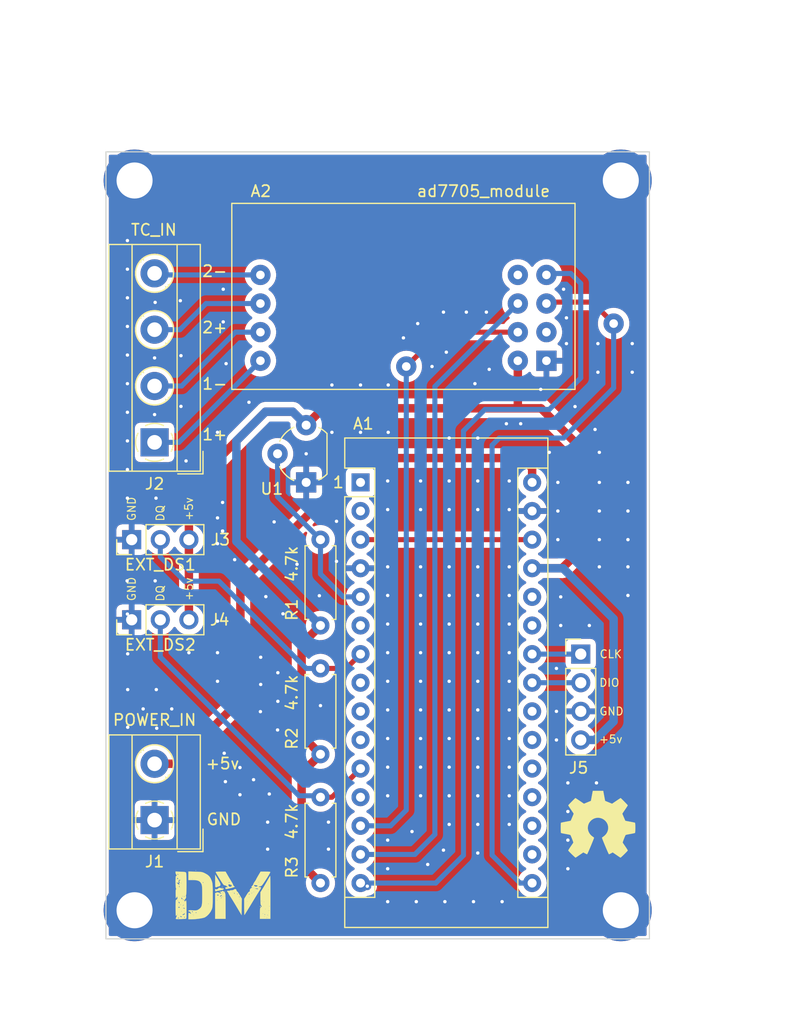
<source format=kicad_pcb>
(kicad_pcb (version 20190516) (host pcbnew "(5.1.0-1195-g1548dcfe8)")
  (title_block (date "jeu. 02 avril 2015"))
  (layers (0 "F.Cu" mixed) (31 "B.Cu" signal) (34 "B.Paste" user) (35 "F.Paste" user) (36 "B.SilkS" user) (37 "F.SilkS" user) (38 "B.Mask" user) (39 "F.Mask" user) (44 "Edge.Cuts" user))
  (net 0 "")
  (net 1 "GND")
  (net 2 "+5V")
  (net 3 "/13(SCK)")
  (net 4 "/12(MISO)")
  (net 5 "/Vin")
  (net 6 "/11(**/MOSI)")
  (net 7 "/10(**/SS)")
  (net 8 "/Reset")
  (net 9 "/8")
  (net 10 "/A5")
  (net 11 "/A4")
  (net 12 "/4")
  (net 13 "/2")
  (net 14 "/AIN2-")
  (net 15 "/AIN2+")
  (net 16 "/AIN1-")
  (net 17 "/AIN1+")
  (module "ad7705_module:ad7705_module" (layer "F.Cu") (at 143.256 55.372 180)
    (fp_text reference "A2" (at 12.656 9.972) (layer "F.SilkS"))
    (fp_text value "ad7705_module" (at -7.112 9.972) (layer "F.SilkS"))
    (pad "1" thru_hole rect (at -12.7 -5.08 180) (size 1.8 1.8) (drill 0.762) (layers *.Cu *.Mask) (net 1 "GND"))
    (pad "2" thru_hole circle (at -10.16 -5.08 180) (size 1.8 1.8) (drill 0.762) (layers *.Cu *.Mask) (net 2 "+5V"))
    (pad "3" thru_hole circle (at -12.7 -2.54 180) (size 1.8 1.8) (drill 0.762) (layers *.Cu *.Mask))
    (pad "4" thru_hole circle (at -10.16 -2.54 180) (size 1.8 1.8) (drill 0.762) (layers *.Cu *.Mask) (net 7 "/10(**/SS)"))
    (pad "5" thru_hole circle (at -12.7 0 180) (size 1.8 1.8) (drill 0.762) (layers *.Cu *.Mask) (net 3 "/13(SCK)"))
    (pad "6" thru_hole circle (at -10.16 0 180) (size 1.8 1.8) (drill 0.762) (layers *.Cu *.Mask) (net 6 "/11(**/MOSI)"))
    (pad "7" thru_hole circle (at -12.7 2.54 180) (size 1.8 1.8) (drill 0.762) (layers *.Cu *.Mask) (net 4 "/12(MISO)"))
    (pad "8" thru_hole circle (at -10.16 2.54 180) (size 1.8 1.8) (drill 0.762) (layers *.Cu *.Mask))
    (pad "9" thru_hole circle (at 12.7 -5.08 180) (size 1.8 1.8) (drill 0.762) (layers *.Cu *.Mask) (net 17 "/AIN1+"))
    (pad "10" thru_hole circle (at 12.7 -2.54 180) (size 1.8 1.8) (drill 0.762) (layers *.Cu *.Mask) (net 16 "/AIN1-"))
    (pad "11" thru_hole circle (at 12.7 0 180) (size 1.8 1.8) (drill 0.762) (layers *.Cu *.Mask) (net 15 "/AIN2+"))
    (pad "12" thru_hole circle (at 12.7 2.54 180) (size 1.8 1.8) (drill 0.762) (layers *.Cu *.Mask) (net 14 "/AIN2-"))
  )
  (module "Module:Arduino_Nano" (layer "F.Cu") (at 139.446 71.247)
    (fp_text reference "A1" (at 0.254 -5.207) (layer "F.SilkS"))
    (fp_text value "Arduino_Nano_v3.x")
    (pad "16" thru_hole oval (at 15.24 35.56) (size 1.6 1.6) (drill 0.8) (layers *.Cu *.Mask) (net 3 "/13(SCK)"))
    (pad "15" thru_hole oval (at 0 35.56) (size 1.6 1.6) (drill 0.8) (layers *.Cu *.Mask) (net 4 "/12(MISO)"))
    (pad "30" thru_hole oval (at 15.24 0) (size 1.6 1.6) (drill 0.8) (layers *.Cu *.Mask) (net 5 "/Vin"))
    (pad "14" thru_hole oval (at 0 33.02) (size 1.6 1.6) (drill 0.8) (layers *.Cu *.Mask) (net 6 "/11(**/MOSI)"))
    (pad "29" thru_hole oval (at 15.24 2.54) (size 1.6 1.6) (drill 0.8) (layers *.Cu *.Mask) (net 1 "GND"))
    (pad "13" thru_hole oval (at 0 30.48) (size 1.6 1.6) (drill 0.8) (layers *.Cu *.Mask) (net 7 "/10(**/SS)"))
    (pad "28" thru_hole oval (at 15.24 5.08) (size 1.6 1.6) (drill 0.8) (layers *.Cu *.Mask) (net 8 "/Reset"))
    (pad "12" thru_hole oval (at 0 27.94) (size 1.6 1.6) (drill 0.8) (layers *.Cu *.Mask))
    (pad "27" thru_hole oval (at 15.24 7.62) (size 1.6 1.6) (drill 0.8) (layers *.Cu *.Mask) (net 2 "+5V"))
    (pad "11" thru_hole oval (at 0 25.4) (size 1.6 1.6) (drill 0.8) (layers *.Cu *.Mask) (net 9 "/8"))
    (pad "26" thru_hole oval (at 15.24 10.16) (size 1.6 1.6) (drill 0.8) (layers *.Cu *.Mask))
    (pad "10" thru_hole oval (at 0 22.86) (size 1.6 1.6) (drill 0.8) (layers *.Cu *.Mask))
    (pad "25" thru_hole oval (at 15.24 12.7) (size 1.6 1.6) (drill 0.8) (layers *.Cu *.Mask))
    (pad "9" thru_hole oval (at 0 20.32) (size 1.6 1.6) (drill 0.8) (layers *.Cu *.Mask))
    (pad "24" thru_hole oval (at 15.24 15.24) (size 1.6 1.6) (drill 0.8) (layers *.Cu *.Mask) (net 10 "/A5"))
    (pad "8" thru_hole oval (at 0 17.78) (size 1.6 1.6) (drill 0.8) (layers *.Cu *.Mask))
    (pad "23" thru_hole oval (at 15.24 17.78) (size 1.6 1.6) (drill 0.8) (layers *.Cu *.Mask) (net 11 "/A4"))
    (pad "7" thru_hole oval (at 0 15.24) (size 1.6 1.6) (drill 0.8) (layers *.Cu *.Mask) (net 12 "/4"))
    (pad "22" thru_hole oval (at 15.24 20.32) (size 1.6 1.6) (drill 0.8) (layers *.Cu *.Mask))
    (pad "6" thru_hole oval (at 0 12.7) (size 1.6 1.6) (drill 0.8) (layers *.Cu *.Mask))
    (pad "21" thru_hole oval (at 15.24 22.86) (size 1.6 1.6) (drill 0.8) (layers *.Cu *.Mask))
    (pad "5" thru_hole oval (at 0 10.16) (size 1.6 1.6) (drill 0.8) (layers *.Cu *.Mask) (net 13 "/2"))
    (pad "20" thru_hole oval (at 15.24 25.4) (size 1.6 1.6) (drill 0.8) (layers *.Cu *.Mask))
    (pad "4" thru_hole oval (at 0 7.62) (size 1.6 1.6) (drill 0.8) (layers *.Cu *.Mask) (net 1 "GND"))
    (pad "19" thru_hole oval (at 15.24 27.94) (size 1.6 1.6) (drill 0.8) (layers *.Cu *.Mask))
    (pad "3" thru_hole oval (at 0 5.08) (size 1.6 1.6) (drill 0.8) (layers *.Cu *.Mask) (net 8 "/Reset"))
    (pad "18" thru_hole oval (at 15.24 30.48) (size 1.6 1.6) (drill 0.8) (layers *.Cu *.Mask))
    (pad "2" thru_hole oval (at 0 2.54) (size 1.6 1.6) (drill 0.8) (layers *.Cu *.Mask))
    (pad "17" thru_hole oval (at 15.24 33.02) (size 1.6 1.6) (drill 0.8) (layers *.Cu *.Mask))
    (pad "1" thru_hole rect (at 0 0) (size 1.6 1.6) (drill 0.8) (layers *.Cu *.Mask))
  )
  (module "dm_logo:dm_logo" (layer "F.Cu") (at 127.254 107.823)
    (fp_text reference "SYM1" hide)
    (fp_text value "dm_logo" hide)
  )
  (module "TerminalBlock_MetzConnect:TerminalBlock_MetzConnect_Type055_RT01504HDWU_1x04_P5.00mm_Horizontal" (layer "F.Cu") (at 121.158 67.691 90)
    (fp_text reference "J2" (at -3.683 0 180) (layer "F.SilkS"))
    (fp_text value "TC_IN" (at 18.8595 -0.0635 180) (layer "F.SilkS"))
    (pad "4" thru_hole circle (at 15 0 90) (size 2.5 2.5) (drill 1.3) (layers *.Cu *.Mask) (net 14 "/AIN2-"))
    (pad "3" thru_hole circle (at 10 0 90) (size 2.5 2.5) (drill 1.3) (layers *.Cu *.Mask) (net 15 "/AIN2+"))
    (pad "2" thru_hole circle (at 5 0 90) (size 2.5 2.5) (drill 1.3) (layers *.Cu *.Mask) (net 16 "/AIN1-"))
    (pad "1" thru_hole rect (at 0 0 90) (size 2.5 2.5) (drill 1.3) (layers *.Cu *.Mask) (net 17 "/AIN1+"))
  )
  (module "TerminalBlock_MetzConnect:TerminalBlock_MetzConnect_Type055_RT01502HDWU_1x02_P5.00mm_Horizontal" (layer "F.Cu") (at 121.158 101.219 90)
    (fp_text reference "J1" (at -3.683 0 180) (layer "F.SilkS"))
    (fp_text value "POWER_IN" (at 8.89 0 180) (layer "F.SilkS"))
    (pad "2" thru_hole circle (at 5 0 90) (size 2.5 2.5) (drill 1.3) (layers *.Cu *.Mask) (net 5 "/Vin"))
    (pad "1" thru_hole rect (at 0 0 90) (size 2.5 2.5) (drill 1.3) (layers *.Cu *.Mask) (net 1 "GND"))
  )
  (module "Connector_PinHeader_2.54mm:PinHeader_1x04_P2.54mm_Vertical" (layer "F.Cu") (at 159.004 86.487)
    (fp_text reference "J5" (at -0.1905 10.0965) (layer "F.SilkS"))
    (fp_text value "DISP")
    (pad "1" thru_hole rect (at 0 0) (size 1.7 1.7) (drill 1) (layers *.Cu *.Mask) (net 10 "/A5"))
    (pad "2" thru_hole oval (at 0 2.54) (size 1.7 1.7) (drill 1) (layers *.Cu *.Mask) (net 11 "/A4"))
    (pad "3" thru_hole oval (at 0 5.08) (size 1.7 1.7) (drill 1) (layers *.Cu *.Mask) (net 1 "GND"))
    (pad "4" thru_hole oval (at 0 7.62) (size 1.7 1.7) (drill 1) (layers *.Cu *.Mask) (net 2 "+5V"))
  )
  (module "MountingHole:MountingHole_3.2mm_M3_ISO14580_Pad" (layer "F.Cu") (at 119.38 109.22)
    (fp_text reference "H4" hide)
    (fp_text value "MountingHole_Pad")
    (pad "1" thru_hole circle (at 0 0) (size 5.5 5.5) (drill 3.2) (layers *.Cu *.Mask) (net 1 "GND"))
  )
  (module "MountingHole:MountingHole_3.2mm_M3_ISO14580_Pad" (layer "F.Cu") (at 119.38 44.45)
    (fp_text reference "H3" hide)
    (fp_text value "MountingHole_Pad")
    (pad "1" thru_hole circle (at 0 0) (size 5.5 5.5) (drill 3.2) (layers *.Cu *.Mask) (net 1 "GND"))
  )
  (module "MountingHole:MountingHole_3.2mm_M3_ISO14580_Pad" (layer "F.Cu") (at 162.56 44.45)
    (fp_text reference "H2" hide)
    (fp_text value "MountingHole_Pad")
    (pad "1" thru_hole circle (at 0 0) (size 5.5 5.5) (drill 3.2) (layers *.Cu *.Mask) (net 1 "GND"))
  )
  (module "MountingHole:MountingHole_3.2mm_M3_ISO14580_Pad" (layer "F.Cu") (at 162.56 109.22)
    (fp_text reference "H1" hide)
    (fp_text value "MountingHole_Pad")
    (pad "1" thru_hole circle (at 0 0) (size 5.5 5.5) (drill 3.2) (layers *.Cu *.Mask) (net 1 "GND"))
  )
  (module "Connector_PinHeader_2.54mm:PinHeader_1x03_P2.54mm_Vertical" (layer "F.Cu") (at 119.126 76.327 90)
    (fp_text reference "J3" (at 0 7.874 180) (layer "F.SilkS"))
    (fp_text value "EXT_DS1" (at -2.2225 2.54 180) (layer "F.SilkS"))
    (pad "1" thru_hole rect (at 0 0 90) (size 1.7 1.7) (drill 1) (layers *.Cu *.Mask) (net 1 "GND"))
    (pad "2" thru_hole oval (at 0 2.54 90) (size 1.7 1.7) (drill 1) (layers *.Cu *.Mask) (net 12 "/4"))
    (pad "3" thru_hole oval (at 0 5.08 90) (size 1.7 1.7) (drill 1) (layers *.Cu *.Mask) (net 2 "+5V"))
  )
  (module "Resistor_THT:R_Axial_DIN0207_L6.3mm_D2.5mm_P7.62mm_Horizontal" (layer "F.Cu") (at 135.89 95.377 90)
    (fp_text reference "R2" (at 1.397 -2.54 90) (layer "F.SilkS"))
    (fp_text value "4.7k" (at 5.461 -2.54 90) (layer "F.SilkS"))
    (pad "1" thru_hole circle (at 0 0 90) (size 1.6 1.6) (drill 0.8) (layers *.Cu *.Mask) (net 2 "+5V"))
    (pad "2" thru_hole oval (at 7.62 0 90) (size 1.6 1.6) (drill 0.8) (layers *.Cu *.Mask) (net 12 "/4"))
  )
  (module "Connector_PinHeader_2.54mm:PinHeader_1x03_P2.54mm_Vertical" (layer "F.Cu") (at 119.126 83.439 90)
    (fp_text reference "J4" (at 0 7.8105 180) (layer "F.SilkS"))
    (fp_text value "EXT_DS2" (at -2.2225 2.54 180) (layer "F.SilkS"))
    (pad "3" thru_hole oval (at 0 5.08 90) (size 1.7 1.7) (drill 1) (layers *.Cu *.Mask) (net 2 "+5V"))
    (pad "2" thru_hole oval (at 0 2.54 90) (size 1.7 1.7) (drill 1) (layers *.Cu *.Mask) (net 9 "/8"))
    (pad "1" thru_hole rect (at 0 0 90) (size 1.7 1.7) (drill 1) (layers *.Cu *.Mask) (net 1 "GND"))
  )
  (module "Resistor_THT:R_Axial_DIN0207_L6.3mm_D2.5mm_P7.62mm_Horizontal" (layer "F.Cu") (at 135.89 106.807 90)
    (fp_text reference "R3" (at 1.397 -2.54 90) (layer "F.SilkS"))
    (fp_text value "4.7k" (at 5.461 -2.54 90) (layer "F.SilkS"))
    (pad "1" thru_hole circle (at 0 0 90) (size 1.6 1.6) (drill 0.8) (layers *.Cu *.Mask) (net 2 "+5V"))
    (pad "2" thru_hole oval (at 7.62 0 90) (size 1.6 1.6) (drill 0.8) (layers *.Cu *.Mask) (net 9 "/8"))
  )
  (module "Resistor_THT:R_Axial_DIN0207_L6.3mm_D2.5mm_P7.62mm_Horizontal" (layer "F.Cu") (at 135.89 83.947 90)
    (fp_text reference "R1" (at 1.397 -2.54 90) (layer "F.SilkS"))
    (fp_text value "4.7k" (at 5.461 -2.54 90) (layer "F.SilkS"))
    (pad "2" thru_hole oval (at 7.62 0 90) (size 1.6 1.6) (drill 0.8) (layers *.Cu *.Mask) (net 13 "/2"))
    (pad "1" thru_hole circle (at 0 0 90) (size 1.6 1.6) (drill 0.8) (layers *.Cu *.Mask) (net 2 "+5V"))
  )
  (module "Package_TO_SOT_THT:TO-92_Wide" (layer "F.Cu") (at 134.62 71.247 90)
    (fp_text reference "U1" (at -0.5715 -3.048 180) (layer "F.SilkS"))
    (fp_text value "DS18B20")
    (pad "2" thru_hole circle (at 2.54 -2.54 180) (size 1.8 1.8) (drill 0.8) (layers *.Cu *.Mask) (net 13 "/2"))
    (pad "3" thru_hole circle (at 5.08 0 180) (size 1.8 1.8) (drill 0.8) (layers *.Cu *.Mask) (net 2 "+5V"))
    (pad "1" thru_hole rect (at 0 0 180) (size 1.8 1.8) (drill 0.8) (layers *.Cu *.Mask) (net 1 "GND"))
  )
  (module "Symbol:OSHW-Symbol_6.7x6mm_SilkScreen" (layer "F.Cu") (at 160.528 101.6)
    (fp_text reference "LOGO1" hide)
    (fp_text value "Logo_Open_Hardware_Small" hide)
  )
  (gr_text "CLK" (at 161.671 86.487) (layer "F.SilkS") (effects (font (size 0.7 0.7) (thickness 0.1))))
  (gr_text "DIO" (at 161.544 89.027) (layer "F.SilkS") (effects (font (size 0.7 0.7) (thickness 0.1))))
  (gr_text "+5v" (at 161.671 94.0435) (layer "F.SilkS") (effects (font (size 0.7 0.7) (thickness 0.1))))
  (gr_text "GND" (at 161.7345 91.567) (layer "F.SilkS") (effects (font (size 0.7 0.7) (thickness 0.1))))
  (gr_text "DQ" (at 121.666 81.0895 90) (layer "F.SilkS") (effects (font (size 0.7 0.7) (thickness 0.1))))
  (gr_text "+5v" (at 124.206 80.7085 90) (layer "F.SilkS") (effects (font (size 0.7 0.7) (thickness 0.1))))
  (gr_text "GND" (at 119.126 80.7085 90) (layer "F.SilkS") (effects (font (size 0.7 0.7) (thickness 0.1))))
  (gr_text "+5v" (at 124.206 73.5965 90) (layer "F.SilkS") (effects (font (size 0.7 0.7) (thickness 0.1))))
  (gr_text "DQ" (at 121.666 73.9775 90) (layer "F.SilkS") (effects (font (size 0.7 0.7) (thickness 0.1))))
  (gr_text "GND" (at 119.126 73.5965 90) (layer "F.SilkS") (effects (font (size 0.7 0.7) (thickness 0.1))))
  (gr_text "2-" (at 126.5 52.5) (layer "F.SilkS") (effects (font (size 1 1))))
  (gr_text "2+" (at 126.5 57.5) (layer "F.SilkS") (effects (font (size 1 1))))
  (gr_text "1-" (at 126.5 62.5) (layer "F.SilkS") (effects (font (size 1 1))))
  (gr_text "1+" (at 126.5 67) (layer "F.SilkS") (effects (font (size 1 1))))
  (gr_text "GND" (at 127.3175 101.1555) (layer "F.SilkS") (effects (font (size 1 1))))
  (gr_text "+5v" (at 127.1905 96.2025) (layer "F.SilkS") (effects (font (size 1 1))))
  (gr_line (start 165.1 41.91) (end 165.1 111.76) (layer "Edge.Cuts") (width 0.1))
  (gr_line (start 165.1 111.76) (end 116.84 111.76) (layer "Edge.Cuts") (width 0.1))
  (gr_line (start 116.84 41.91) (end 165.1 41.91) (layer "Edge.Cuts") (width 0.1))
  (gr_line (start 116.84 111.76) (end 116.84 41.91) (layer "Edge.Cuts") (width 0.1))
  (gr_text "1" (at 137.4775 71.247) (layer "F.SilkS") (effects (font (size 1 1))))
  (via micro (at 136.906 62.602) (size 0.7) (drill 0.3) (layers "F.Cu" "B.Cu") (net 1))
  (via micro (at 141.906 62.602) (size 0.7) (drill 0.3) (layers "F.Cu" "B.Cu") (net 1))
  (via micro (at 139.446 62.602) (size 0.7) (drill 0.3) (layers "F.Cu" "B.Cu") (net 1))
  (via micro (at 141.906 66.802) (size 0.7) (drill 0.3) (layers "F.Cu" "B.Cu") (net 1))
  (via micro (at 131.2 103.8) (size 0.7) (drill 0.3) (layers "F.Cu" "B.Cu") (net 1))
  (via micro (at 131.2 101.4) (size 0.7) (drill 0.3) (layers "F.Cu" "B.Cu") (net 1))
  (via micro (at 140.048 107.086) (size 0.7) (drill 0.3) (layers "F.Cu" "B.Cu") (net 4))
  (via micro (at 136.6 103.8) (size 0.7) (drill 0.3) (layers "F.Cu" "B.Cu") (net 1))
  (segment (start 150.495 64.77) (end 156.21 64.77) (width 0.45) (layer "B.Cu") (net 4))
  (segment (start 148.59 66.675) (end 150.495 64.77) (width 0.45) (layer "B.Cu") (net 4))
  (segment (start 159.004 53.594) (end 158.115 52.705) (width 0.45) (layer "B.Cu") (net 4))
  (segment (start 148.59 104.3425) (end 148.59 66.675) (width 0.45) (layer "B.Cu") (net 4))
  (segment (start 156.083 52.705) (end 155.956 52.832) (width 0.45) (layer "B.Cu") (net 4))
  (segment (start 139.446 106.807) (end 146.1255 106.807) (width 0.45) (layer "B.Cu") (net 4))
  (segment (start 146.1255 106.807) (end 148.59 104.3425) (width 0.45) (layer "B.Cu") (net 4))
  (segment (start 156.21 64.77) (end 159.004 61.976) (width 0.45) (layer "B.Cu") (net 4))
  (segment (start 159.004 61.976) (end 159.004 53.594) (width 0.45) (layer "B.Cu") (net 4))
  (segment (start 158.115 52.705) (end 156.083 52.705) (width 0.45) (layer "B.Cu") (net 4))
  (segment (start 151.13 104.33) (end 151.13 67.945) (width 0.45) (layer "B.Cu") (net 3))
  (segment (start 151.765 67.31) (end 157.48 67.31) (width 0.45) (layer "B.Cu") (net 3))
  (segment (start 154.686 106.807) (end 153.607 106.807) (width 0.45) (layer "B.Cu") (net 3))
  (segment (start 153.607 106.807) (end 151.13 104.33) (width 0.45) (layer "B.Cu") (net 3))
  (segment (start 161.925 58.422792) (end 161.925 57.15) (width 0.45) (layer "B.Cu") (net 3))
  (segment (start 151.13 67.945) (end 151.765 67.31) (width 0.45) (layer "B.Cu") (net 3))
  (segment (start 157.48 67.31) (end 161.925 62.865) (width 0.45) (layer "B.Cu") (net 3))
  (segment (start 161.925 62.865) (end 161.925 58.422792) (width 0.45) (layer "B.Cu") (net 3))
  (segment (start 128.338 57.912) (end 123.559 62.691) (width 0.45) (layer "B.Cu") (net 16))
  (segment (start 130.556 57.912) (end 128.338 57.912) (width 0.45) (layer "B.Cu") (net 16))
  (segment (start 123.559 62.691) (end 121.158 62.691) (width 0.45) (layer "B.Cu") (net 16))
  (via micro (at 152.019 108.458) (size 0.7) (drill 0.3) (layers "F.Cu" "B.Cu") (net 1))
  (via micro (at 149.479 108.458) (size 0.7) (drill 0.3) (layers "F.Cu" "B.Cu") (net 1))
  (via micro (at 146.939 108.458) (size 0.7) (drill 0.3) (layers "F.Cu" "B.Cu") (net 1))
  (via micro (at 144.399 108.458) (size 0.7) (drill 0.3) (layers "F.Cu" "B.Cu") (net 1))
  (via micro (at 152.654 101.6) (size 0.7) (drill 0.3) (layers "F.Cu" "B.Cu") (net 1))
  (via micro (at 152.654 99.06) (size 0.7) (drill 0.3) (layers "F.Cu" "B.Cu") (net 1))
  (via micro (at 152.654 96.52) (size 0.7) (drill 0.3) (layers "F.Cu" "B.Cu") (net 1))
  (via micro (at 152.654 93.98) (size 0.7) (drill 0.3) (layers "F.Cu" "B.Cu") (net 1))
  (via micro (at 152.654 91.44) (size 0.7) (drill 0.3) (layers "F.Cu" "B.Cu") (net 1))
  (via micro (at 152.654 88.9) (size 0.7) (drill 0.3) (layers "F.Cu" "B.Cu") (net 1))
  (via micro (at 152.654 86.36) (size 0.7) (drill 0.3) (layers "F.Cu" "B.Cu") (net 1))
  (via micro (at 152.654 83.82) (size 0.7) (drill 0.3) (layers "F.Cu" "B.Cu") (net 1))
  (via micro (at 152.654 81.28) (size 0.7) (drill 0.3) (layers "F.Cu" "B.Cu") (net 1))
  (via micro (at 152.654 78.74) (size 0.7) (drill 0.3) (layers "F.Cu" "B.Cu") (net 1))
  (via micro (at 152.654 73.66) (size 0.7) (drill 0.3) (layers "F.Cu" "B.Cu") (net 1))
  (via micro (at 141.859 105.537) (size 0.7) (drill 0.3) (layers "F.Cu" "B.Cu") (net 1))
  (via micro (at 141.859 102.997) (size 0.7) (drill 0.3) (layers "F.Cu" "B.Cu") (net 1))
  (via micro (at 141.859 99.06) (size 0.7) (drill 0.3) (layers "F.Cu" "B.Cu") (net 1))
  (via micro (at 141.859 96.52) (size 0.7) (drill 0.3) (layers "F.Cu" "B.Cu") (net 1))
  (via micro (at 141.859 93.98) (size 0.7) (drill 0.3) (layers "F.Cu" "B.Cu") (net 1))
  (via micro (at 141.859 91.44) (size 0.7) (drill 0.3) (layers "F.Cu" "B.Cu") (net 1))
  (via micro (at 141.859 88.9) (size 0.7) (drill 0.3) (layers "F.Cu" "B.Cu") (net 1))
  (via micro (at 141.859 86.36) (size 0.7) (drill 0.3) (layers "F.Cu" "B.Cu") (net 1))
  (via micro (at 141.859 83.82) (size 0.7) (drill 0.3) (layers "F.Cu" "B.Cu") (net 1))
  (via micro (at 141.859 81.28) (size 0.7) (drill 0.3) (layers "F.Cu" "B.Cu") (net 1))
  (via micro (at 141.859 78.74) (size 0.7) (drill 0.3) (layers "F.Cu" "B.Cu") (net 1))
  (via micro (at 141.859 73.66) (size 0.7) (drill 0.3) (layers "F.Cu" "B.Cu") (net 1))
  (via micro (at 152.654 71.12) (size 0.7) (drill 0.3) (layers "F.Cu" "B.Cu") (net 1))
  (via micro (at 141.859 71.12) (size 0.7) (drill 0.3) (layers "F.Cu" "B.Cu") (net 1))
  (via micro (at 141.859 108.458) (size 0.7) (drill 0.3) (layers "F.Cu" "B.Cu") (net 1))
  (via micro (at 149.86 104.14) (size 0.7) (drill 0.3) (layers "F.Cu" "B.Cu") (net 1))
  (via micro (at 146.812 103.886) (size 0.7) (drill 0.3) (layers "F.Cu" "B.Cu") (net 1))
  (via micro (at 145.415 105.156) (size 0.7) (drill 0.3) (layers "F.Cu" "B.Cu") (net 1))
  (via micro (at 149.86 101.6) (size 0.7) (drill 0.3) (layers "F.Cu" "B.Cu") (net 1))
  (via micro (at 147.32 101.6) (size 0.7) (drill 0.3) (layers "F.Cu" "B.Cu") (net 1))
  (via micro (at 144.018 102.235) (size 0.7) (drill 0.3) (layers "F.Cu" "B.Cu") (net 1))
  (via micro (at 149.86 99.06) (size 0.7) (drill 0.3) (layers "F.Cu" "B.Cu") (net 1))
  (via micro (at 147.32 99.06) (size 0.7) (drill 0.3) (layers "F.Cu" "B.Cu") (net 1))
  (via micro (at 144.78 99.06) (size 0.7) (drill 0.3) (layers "F.Cu" "B.Cu") (net 1))
  (via micro (at 149.86 96.52) (size 0.7) (drill 0.3) (layers "F.Cu" "B.Cu") (net 1))
  (via micro (at 147.32 96.52) (size 0.7) (drill 0.3) (layers "F.Cu" "B.Cu") (net 1))
  (via micro (at 144.78 96.52) (size 0.7) (drill 0.3) (layers "F.Cu" "B.Cu") (net 1))
  (via micro (at 149.86 93.98) (size 0.7) (drill 0.3) (layers "F.Cu" "B.Cu") (net 1))
  (via micro (at 147.32 93.98) (size 0.7) (drill 0.3) (layers "F.Cu" "B.Cu") (net 1))
  (via micro (at 144.78 93.98) (size 0.7) (drill 0.3) (layers "F.Cu" "B.Cu") (net 1))
  (via micro (at 149.86 91.44) (size 0.7) (drill 0.3) (layers "F.Cu" "B.Cu") (net 1))
  (via micro (at 147.32 91.44) (size 0.7) (drill 0.3) (layers "F.Cu" "B.Cu") (net 1))
  (via micro (at 144.78 91.44) (size 0.7) (drill 0.3) (layers "F.Cu" "B.Cu") (net 1))
  (via micro (at 149.86 88.9) (size 0.7) (drill 0.3) (layers "F.Cu" "B.Cu") (net 1))
  (via micro (at 147.32 88.9) (size 0.7) (drill 0.3) (layers "F.Cu" "B.Cu") (net 1))
  (via micro (at 144.78 88.9) (size 0.7) (drill 0.3) (layers "F.Cu" "B.Cu") (net 1))
  (via micro (at 149.86 86.36) (size 0.7) (drill 0.3) (layers "F.Cu" "B.Cu") (net 1))
  (via micro (at 147.32 86.36) (size 0.7) (drill 0.3) (layers "F.Cu" "B.Cu") (net 1))
  (via micro (at 144.78 86.36) (size 0.7) (drill 0.3) (layers "F.Cu" "B.Cu") (net 1))
  (via micro (at 149.86 83.82) (size 0.7) (drill 0.3) (layers "F.Cu" "B.Cu") (net 1))
  (via micro (at 147.32 83.82) (size 0.7) (drill 0.3) (layers "F.Cu" "B.Cu") (net 1))
  (via micro (at 144.78 83.82) (size 0.7) (drill 0.3) (layers "F.Cu" "B.Cu") (net 1))
  (via micro (at 149.86 81.28) (size 0.7) (drill 0.3) (layers "F.Cu" "B.Cu") (net 1))
  (via micro (at 147.32 81.28) (size 0.7) (drill 0.3) (layers "F.Cu" "B.Cu") (net 1))
  (via micro (at 144.78 81.28) (size 0.7) (drill 0.3) (layers "F.Cu" "B.Cu") (net 1))
  (via micro (at 149.86 78.74) (size 0.7) (drill 0.3) (layers "F.Cu" "B.Cu") (net 1))
  (via micro (at 147.32 78.74) (size 0.7) (drill 0.3) (layers "F.Cu" "B.Cu") (net 1))
  (via micro (at 144.78 78.74) (size 0.7) (drill 0.3) (layers "F.Cu" "B.Cu") (net 1))
  (via micro (at 149.86 73.66) (size 0.7) (drill 0.3) (layers "F.Cu" "B.Cu") (net 1))
  (via micro (at 147.32 73.66) (size 0.7) (drill 0.3) (layers "F.Cu" "B.Cu") (net 1))
  (via micro (at 144.78 73.66) (size 0.7) (drill 0.3) (layers "F.Cu" "B.Cu") (net 1))
  (via micro (at 149.86 71.12) (size 0.7) (drill 0.3) (layers "F.Cu" "B.Cu") (net 1))
  (via micro (at 147.32 71.12) (size 0.7) (drill 0.3) (layers "F.Cu" "B.Cu") (net 1))
  (segment (start 154.686 76.327) (end 153.55463 76.327) (width 0.45) (layer "F.Cu") (net 8))
  (segment (start 153.55463 76.327) (end 139.446 76.327) (width 0.45) (layer "F.Cu") (net 8))
  (via micro (at 156.21 68.58) (size 0.7) (drill 0.3) (layers "F.Cu" "B.Cu") (net 1))
  (via micro (at 160.655 68.58) (size 0.7) (drill 0.3) (layers "F.Cu" "B.Cu") (net 1))
  (segment (start 135.763 99.06) (end 135.89 99.187) (width 0.45) (layer "B.Cu") (net 9))
  (segment (start 133.985 99.06) (end 135.763 99.06) (width 0.45) (layer "B.Cu") (net 9))
  (segment (start 121.666 86.741) (end 133.985 99.06) (width 0.45) (layer "B.Cu") (net 9))
  (segment (start 121.666 83.439) (end 121.666 86.741) (width 0.45) (layer "B.Cu") (net 9))
  (segment (start 135.89 99.187) (end 136.906 99.187) (width 0.45) (layer "F.Cu") (net 9))
  (segment (start 136.906 99.187) (end 139.446 96.647) (width 0.45) (layer "F.Cu") (net 9))
  (segment (start 135.89 76.327) (end 135.89 79.375) (width 0.45) (layer "B.Cu") (net 13))
  (segment (start 135.89 79.375) (end 137.922 81.407) (width 0.45) (layer "B.Cu") (net 13))
  (segment (start 137.922 81.407) (end 139.446 81.407) (width 0.45) (layer "B.Cu") (net 13))
  (segment (start 135.89 76.327) (end 132.08 72.517) (width 0.45) (layer "B.Cu") (net 13))
  (segment (start 132.08 72.517) (end 132.08 68.707) (width 0.45) (layer "B.Cu") (net 13))
  (segment (start 135.89 87.757) (end 134.62 87.757) (width 0.45) (layer "B.Cu") (net 12))
  (segment (start 126.873 80.01) (end 123.825 80.01) (width 0.45) (layer "B.Cu") (net 12))
  (segment (start 123.825 80.01) (end 121.666 77.851) (width 0.45) (layer "B.Cu") (net 12))
  (segment (start 134.62 87.757) (end 126.873 80.01) (width 0.45) (layer "B.Cu") (net 12))
  (segment (start 121.666 77.851) (end 121.666 76.327) (width 0.45) (layer "B.Cu") (net 12))
  (segment (start 135.89 87.757) (end 138.176 87.757) (width 0.45) (layer "F.Cu") (net 12))
  (segment (start 138.176 87.757) (end 139.446 86.487) (width 0.45) (layer "F.Cu") (net 12))
  (segment (start 154.686 89.027) (end 158.877 89.027) (width 0.45) (layer "B.Cu") (net 11))
  (segment (start 154.686 86.487) (end 158.877 86.487) (width 0.45) (layer "B.Cu") (net 10))
  (segment (start 154.686 71.247) (end 154.686 69.977) (width 0.75) (layer "F.Cu") (net 5))
  (segment (start 153.797 69.088) (end 137.7442 69.088) (width 0.75) (layer "F.Cu") (net 5))
  (segment (start 154.686 69.977) (end 153.797 69.088) (width 0.75) (layer "F.Cu") (net 5))
  (segment (start 123.11 96.219) (end 121.158 96.219) (width 0.75) (layer "F.Cu") (net 5))
  (segment (start 137.7442 69.088) (end 137.1854 69.6468) (width 0.75) (layer "F.Cu") (net 5))
  (segment (start 137.1854 69.6468) (end 137.1854 71.7296) (width 0.75) (layer "F.Cu") (net 5))
  (segment (start 137.1854 71.7296) (end 128.778 80.137) (width 0.75) (layer "F.Cu") (net 5))
  (segment (start 128.778 80.137) (end 128.778 90.551) (width 0.75) (layer "F.Cu") (net 5))
  (segment (start 128.778 90.551) (end 123.11 96.219) (width 0.75) (layer "F.Cu") (net 5))
  (segment (start 134.62 66.167) (end 133.4262 64.9732) (width 0.75) (layer "B.Cu") (net 2))
  (segment (start 133.4262 64.9732) (end 131.0132 64.9732) (width 0.75) (layer "B.Cu") (net 2))
  (segment (start 131.0132 64.9732) (end 128.4224 67.564) (width 0.75) (layer "B.Cu") (net 2))
  (segment (start 135.090001 83.147001) (end 135.89 83.947) (width 0.75) (layer "B.Cu") (net 2))
  (segment (start 128.4224 67.564) (end 128.4224 76.4794) (width 0.75) (layer "B.Cu") (net 2))
  (segment (start 128.4224 76.4794) (end 135.090001 83.147001) (width 0.75) (layer "B.Cu") (net 2))
  (segment (start 134.62 66.167) (end 133.4262 64.9732) (width 0.75) (layer "F.Cu") (net 2))
  (segment (start 133.4262 64.9732) (end 131.0132 64.9732) (width 0.75) (layer "F.Cu") (net 2))
  (segment (start 131.0132 64.9732) (end 124.206 71.7804) (width 0.75) (layer "F.Cu") (net 2))
  (segment (start 124.206 71.7804) (end 124.206 76.327) (width 0.75) (layer "F.Cu") (net 2))
  (segment (start 124.206 76.327) (end 124.206 81.974081) (width 0.75) (layer "F.Cu") (net 2))
  (segment (start 124.206 81.974081) (end 124.206 83.439) (width 0.75) (layer "F.Cu") (net 2))
  (segment (start 135.89 95.377) (end 134.214999 97.052001) (width 0.75) (layer "F.Cu") (net 2))
  (segment (start 134.214999 105.131999) (end 135.090001 106.007001) (width 0.75) (layer "F.Cu") (net 2))
  (segment (start 134.214999 97.052001) (end 134.214999 105.131999) (width 0.75) (layer "F.Cu") (net 2))
  (segment (start 135.090001 106.007001) (end 135.89 106.807) (width 0.75) (layer "F.Cu") (net 2))
  (segment (start 135.89 95.377) (end 134.214999 93.701999) (width 0.75) (layer "F.Cu") (net 2))
  (segment (start 134.214999 93.701999) (end 134.214999 85.622001) (width 0.75) (layer "F.Cu") (net 2))
  (segment (start 134.214999 85.622001) (end 135.090001 84.746999) (width 0.75) (layer "F.Cu") (net 2))
  (segment (start 135.090001 84.746999) (end 135.89 83.947) (width 0.75) (layer "F.Cu") (net 2))
  (segment (start 157.4292 78.867) (end 154.686 78.867) (width 0.75) (layer "B.Cu") (net 2))
  (segment (start 161.925 83.3628) (end 157.4292 78.867) (width 0.75) (layer "B.Cu") (net 2))
  (segment (start 160.274 94.107) (end 161.925 92.456) (width 0.75) (layer "B.Cu") (net 2))
  (segment (start 161.925 92.456) (end 161.925 83.3628) (width 0.75) (layer "B.Cu") (net 2))
  (segment (start 159.004 94.107) (end 160.274 94.107) (width 0.75) (layer "B.Cu") (net 2))
  (via micro (at 127.197388 75.565) (size 0.7) (drill 0.3) (layers "F.Cu" "B.Cu") (net 1))
  (via micro (at 127.19739 75.565) (size 0.7) (drill 0.3) (layers "F.Cu" "B.Cu") (net 1))
  (via micro (at 127.19739 73.025) (size 0.7) (drill 0.3) (layers "F.Cu" "B.Cu") (net 1))
  (via micro (at 124.206 86.36) (size 0.7) (drill 0.3) (layers "F.Cu" "B.Cu") (net 1))
  (via micro (at 126.746 88.9) (size 0.7) (drill 0.3) (layers "F.Cu" "B.Cu") (net 1))
  (via micro (at 122.682 91.3511) (size 0.7) (drill 0.3) (layers "F.Cu" "B.Cu") (net 1))
  (via micro (at 121.3104 89.6366) (size 0.7) (drill 0.3) (layers "F.Cu" "B.Cu") (net 1))
  (via micro (at 118.7196 79.9846) (size 0.7) (drill 0.3) (layers "F.Cu" "B.Cu") (net 1))
  (via micro (at 131.038317 81.385022) (size 0.7) (drill 0.3) (layers "F.Cu" "B.Cu") (net 1))
  (via micro (at 132.562317 82.909022) (size 0.7) (drill 0.3) (layers "F.Cu" "B.Cu") (net 1))
  (via micro (at 121.3485 93.0656) (size 0.7) (drill 0.3) (layers "F.Cu" "B.Cu") (net 1))
  (via micro (at 130.5814 89.1794) (size 0.7) (drill 0.3) (layers "F.Cu" "B.Cu") (net 1))
  (via micro (at 130.5814 86.7664) (size 0.7) (drill 0.3) (layers "F.Cu" "B.Cu") (net 1))
  (via micro (at 130.556 91.5924) (size 0.7) (drill 0.3) (layers "F.Cu" "B.Cu") (net 1))
  (via micro (at 132.08 93.218) (size 0.7) (drill 0.3) (layers "F.Cu" "B.Cu") (net 1))
  (via micro (at 131.345353 98.902647) (size 0.7) (drill 0.3) (layers "F.Cu" "B.Cu") (net 1))
  (via micro (at 128.74 96.555) (size 0.7) (drill 0.3) (layers "F.Cu" "B.Cu") (net 1))
  (via micro (at 128.74 98.968) (size 0.7) (drill 0.3) (layers "F.Cu" "B.Cu") (net 1))
  (via micro (at 129.54 64.135) (size 0.7) (drill 0.3) (layers "F.Cu" "B.Cu") (net 1))
  (via micro (at 126.746 66.802) (size 0.7) (drill 0.3) (layers "F.Cu" "B.Cu") (net 1))
  (via micro (at 123.952 69.342) (size 0.7) (drill 0.3) (layers "F.Cu" "B.Cu") (net 1))
  (via micro (at 135.790253 81.303547) (size 0.7) (drill 0.3) (layers "F.Cu" "B.Cu") (net 1))
  (via micro (at 118.7704 89.6366) (size 0.7) (drill 0.3) (layers "F.Cu" "B.Cu") (net 1))
  (via micro (at 120.142 91.3511) (size 0.7) (drill 0.3) (layers "F.Cu" "B.Cu") (net 1))
  (via micro (at 129.948353 97.632647) (size 0.7) (drill 0.3) (layers "F.Cu" "B.Cu") (net 1))
  (via micro (at 132.1054 90.678) (size 0.7) (drill 0.3) (layers "F.Cu" "B.Cu") (net 1))
  (via micro (at 126.746 86.36) (size 0.7) (drill 0.3) (layers "F.Cu" "B.Cu") (net 1))
  (via micro (at 127.343 95.285) (size 0.7) (drill 0.3) (layers "F.Cu" "B.Cu") (net 1))
  (via micro (at 135.89 91.059) (size 0.7) (drill 0.3) (layers "F.Cu" "B.Cu") (net 1))
  (via micro (at 160.655 76.327) (size 0.7) (drill 0.3) (layers "F.Cu" "B.Cu") (net 1))
  (via micro (at 160.655 73.787) (size 0.7) (drill 0.3) (layers "F.Cu" "B.Cu") (net 1))
  (via micro (at 160.655 71.247) (size 0.7) (drill 0.3) (layers "F.Cu" "B.Cu") (net 1))
  (via micro (at 127.446 97.807) (size 0.7) (drill 0.3) (layers "F.Cu" "B.Cu") (net 1))
  (via micro (at 136.906 66.802) (size 0.7) (drill 0.3) (layers "F.Cu" "B.Cu") (net 1))
  (via micro (at 139.446 66.802) (size 0.7) (drill 0.3) (layers "F.Cu" "B.Cu") (net 1))
  (via micro (at 156.845 94.107) (size 0.7) (drill 0.3) (layers "F.Cu" "B.Cu") (net 1))
  (via micro (at 156.845 91.567) (size 0.7) (drill 0.3) (layers "F.Cu" "B.Cu") (net 1))
  (via micro (at 118.745 49.784) (size 0.7) (drill 0.3) (layers "F.Cu" "B.Cu") (net 1))
  (via micro (at 118.745 52.324) (size 0.7) (drill 0.3) (layers "F.Cu" "B.Cu") (net 1))
  (via micro (at 118.745 54.864) (size 0.7) (drill 0.3) (layers "F.Cu" "B.Cu") (net 1))
  (via micro (at 118.745 57.404) (size 0.7) (drill 0.3) (layers "F.Cu" "B.Cu") (net 1))
  (via micro (at 118.745 59.944) (size 0.7) (drill 0.3) (layers "F.Cu" "B.Cu") (net 1))
  (via micro (at 118.745 62.484) (size 0.7) (drill 0.3) (layers "F.Cu" "B.Cu") (net 1))
  (via micro (at 118.745 65.024) (size 0.7) (drill 0.3) (layers "F.Cu" "B.Cu") (net 1))
  (via micro (at 118.745 67.564) (size 0.7) (drill 0.3) (layers "F.Cu" "B.Cu") (net 1))
  (via micro (at 118.745 70.104) (size 0.7) (drill 0.3) (layers "F.Cu" "B.Cu") (net 1))
  (via micro (at 121.285 72.644) (size 0.7) (drill 0.3) (layers "F.Cu" "B.Cu") (net 1))
  (via micro (at 118.745 72.644) (size 0.7) (drill 0.3) (layers "F.Cu" "B.Cu") (net 1))
  (via micro (at 118.7704 86.4616) (size 0.7) (drill 0.3) (layers "F.Cu" "B.Cu") (net 1))
  (via micro (at 126.746 76.6826) (size 0.7) (drill 0.3) (layers "F.Cu" "B.Cu") (net 1))
  (via micro (at 126.746 74.3966) (size 0.7) (drill 0.3) (layers "F.Cu" "B.Cu") (net 1))
  (via micro (at 121.2088 79.9846) (size 0.7) (drill 0.3) (layers "F.Cu" "B.Cu") (net 1))
  (via micro (at 132.1054 88.138) (size 0.7) (drill 0.3) (layers "F.Cu" "B.Cu") (net 1))
  (via micro (at 136.6 101.4) (size 0.7) (drill 0.3) (layers "F.Cu" "B.Cu") (net 1))
  (via micro (at 159.766 83.947) (size 0.7) (drill 0.3) (layers "F.Cu" "B.Cu") (net 1))
  (via micro (at 157.226 83.947) (size 0.7) (drill 0.3) (layers "F.Cu" "B.Cu") (net 1))
  (via micro (at 156.845 87.757) (size 0.7) (drill 0.3) (layers "F.Cu" "B.Cu") (net 1))
  (via micro (at 157.226 81.407) (size 0.7) (drill 0.3) (layers "F.Cu" "B.Cu") (net 1))
  (via micro (at 126.746 83.566) (size 0.7) (drill 0.3) (layers "F.Cu" "B.Cu") (net 1))
  (via micro (at 133.8072 78.5114) (size 0.7) (drill 0.3) (layers "F.Cu" "B.Cu") (net 1))
  (via micro (at 128.27 78.105) (size 0.7) (drill 0.3) (layers "F.Cu" "B.Cu") (net 1))
  (via micro (at 118.745 82.931) (size 0.7) (drill 0.3) (layers "F.Cu" "B.Cu") (net 1))
  (via micro (at 156.972 76.327) (size 0.7) (drill 0.3) (layers "F.Cu" "B.Cu") (net 1))
  (via micro (at 156.972 71.247) (size 0.7) (drill 0.3) (layers "F.Cu" "B.Cu") (net 1))
  (via micro (at 156.972 73.787) (size 0.7) (drill 0.3) (layers "F.Cu" "B.Cu") (net 1))
  (via micro (at 134.62 68.707) (size 0.7) (drill 0.3) (layers "F.Cu" "B.Cu") (net 1))
  (via micro (at 163.195 81.28) (size 0.7) (drill 0.3) (layers "F.Cu" "B.Cu") (net 1))
  (via micro (at 160.655 78.74) (size 0.7) (drill 0.3) (layers "F.Cu" "B.Cu") (net 1))
  (via micro (at 131.7752 74.7522) (size 0.7) (drill 0.3) (layers "F.Cu" "B.Cu") (net 1))
  (via micro (at 137.314253 78.255547) (size 0.7) (drill 0.3) (layers "F.Cu" "B.Cu") (net 1))
  (via micro (at 137.314253 74.699547) (size 0.7) (drill 0.3) (layers "F.Cu" "B.Cu") (net 1))
  (via micro (at 118.772 92.9776) (size 0.7) (drill 0.3) (layers "F.Cu" "B.Cu") (net 1))
  (via micro (at 163.195 78.74) (size 0.7) (drill 0.3) (layers "F.Cu" "B.Cu") (net 1))
  (via micro (at 163.195 76.327) (size 0.7) (drill 0.3) (layers "F.Cu" "B.Cu") (net 1))
  (via micro (at 163.195 73.787) (size 0.7) (drill 0.3) (layers "F.Cu" "B.Cu") (net 1))
  (via micro (at 163.195 71.247) (size 0.7) (drill 0.3) (layers "F.Cu" "B.Cu") (net 1))
  (via micro (at 160.401 97.917) (size 0.7) (drill 0.3) (layers "F.Cu" "B.Cu") (net 1))
  (via micro (at 157.861 97.917) (size 0.7) (drill 0.3) (layers "F.Cu" "B.Cu") (net 1))
  (via micro (at 157.861 105.537) (size 0.7) (drill 0.3) (layers "F.Cu" "B.Cu") (net 1))
  (via micro (at 157.861 102.997) (size 0.7) (drill 0.3) (layers "F.Cu" "B.Cu") (net 1))
  (via micro (at 157.861 100.457) (size 0.7) (drill 0.3) (layers "F.Cu" "B.Cu") (net 1))
  (segment (start 121.299 52.832) (end 121.158 52.691) (width 0.45) (layer "B.Cu") (net 14))
  (segment (start 130.556 52.832) (end 121.299 52.832) (width 0.45) (layer "B.Cu") (net 14))
  (segment (start 123.317 67.691) (end 121.158 67.691) (width 0.45) (layer "B.Cu") (net 17))
  (segment (start 130.556 60.452) (end 123.317 67.691) (width 0.45) (layer "B.Cu") (net 17))
  (segment (start 123.411 57.691) (end 121.158 57.691) (width 0.45) (layer "B.Cu") (net 15))
  (segment (start 130.556 55.372) (end 125.73 55.372) (width 0.45) (layer "B.Cu") (net 15))
  (segment (start 125.73 55.372) (end 123.411 57.691) (width 0.45) (layer "B.Cu") (net 15))
  (segment (start 146.05 102.489) (end 146.05 62.738) (width 0.45) (layer "B.Cu") (net 6))
  (segment (start 152.516001 56.271999) (end 153.416 55.372) (width 0.45) (layer "B.Cu") (net 6))
  (segment (start 139.446 104.267) (end 144.272 104.267) (width 0.45) (layer "B.Cu") (net 6))
  (segment (start 146.05 62.738) (end 152.516001 56.271999) (width 0.45) (layer "B.Cu") (net 6))
  (segment (start 144.272 104.267) (end 146.05 102.489) (width 0.45) (layer "B.Cu") (net 6))
  (via (at 143.51 60.960004) (size 1.8) (drill 0.768) (layers "F.Cu" "B.Cu") (net 7))
  (segment (start 153.416 57.912) (end 146.558004 57.912) (width 0.45) (layer "F.Cu") (net 7))
  (segment (start 144.409999 60.060005) (end 143.51 60.960004) (width 0.45) (layer "F.Cu") (net 7))
  (segment (start 146.558004 57.912) (end 144.409999 60.060005) (width 0.45) (layer "F.Cu") (net 7))
  (via (at 161.925 57.15) (size 1.8) (drill 0.768) (layers "F.Cu" "B.Cu") (net 3))
  (segment (start 160.02 55.245) (end 161.925 57.15) (width 0.45) (layer "F.Cu") (net 3))
  (segment (start 155.956 55.372) (end 156.083 55.245) (width 0.45) (layer "F.Cu") (net 3))
  (segment (start 156.083 55.245) (end 160.02 55.245) (width 0.45) (layer "F.Cu") (net 3))
  (via micro (at 158.496 64.516) (size 0.7) (drill 0.3) (layers "F.Cu" "B.Cu") (net 1))
  (via micro (at 160.528 58.928) (size 0.7) (drill 0.3) (layers "F.Cu" "B.Cu") (net 1))
  (via micro (at 155.448 62.992) (size 0.7) (drill 0.3) (layers "F.Cu" "B.Cu") (net 1))
  (via micro (at 150.876 61.214) (size 0.7) (drill 0.3) (layers "F.Cu" "B.Cu") (net 1))
  (via micro (at 149.606 62.484) (size 0.7) (drill 0.3) (layers "F.Cu" "B.Cu") (net 1))
  (via micro (at 163.576 58.928) (size 0.7) (drill 0.3) (layers "F.Cu" "B.Cu") (net 1))
  (via micro (at 160.528 61.468) (size 0.7) (drill 0.3) (layers "F.Cu" "B.Cu") (net 1))
  (via micro (at 163.576 61.468) (size 0.7) (drill 0.3) (layers "F.Cu" "B.Cu") (net 1))
  (via micro (at 160.274 66.548) (size 0.7) (drill 0.3) (layers "F.Cu" "B.Cu") (net 1))
  (via micro (at 147.066 59.69) (size 0.7) (drill 0.3) (layers "F.Cu" "B.Cu") (net 1))
  (via micro (at 145.796 60.96) (size 0.7) (drill 0.3) (layers "F.Cu" "B.Cu") (net 1))
  (via micro (at 144.526 57.15) (size 0.7) (drill 0.3) (layers "F.Cu" "B.Cu") (net 1))
  (via micro (at 143.256 58.42) (size 0.7) (drill 0.3) (layers "F.Cu" "B.Cu") (net 1))
  (segment (start 156.083 78.867) (end 154.686 78.867) (width 0.75) (layer "F.Cu") (net 2))
  (segment (start 157.353 78.867) (end 156.083 78.867) (width 0.75) (layer "F.Cu") (net 2))
  (segment (start 136.1186 64.6684) (end 155.4734 64.6684) (width 0.75) (layer "F.Cu") (net 2))
  (segment (start 158.75 67.945) (end 158.75 77.47) (width 0.75) (layer "F.Cu") (net 2))
  (segment (start 134.62 66.167) (end 136.1186 64.6684) (width 0.75) (layer "F.Cu") (net 2))
  (segment (start 155.4734 64.6684) (end 158.75 67.945) (width 0.75) (layer "F.Cu") (net 2))
  (segment (start 158.75 77.47) (end 157.353 78.867) (width 0.75) (layer "F.Cu") (net 2))
  (segment (start 153.416 60.452) (end 153.416 64.516) (width 0.75) (layer "F.Cu") (net 2))
  (via micro (at 147.32 67.31) (size 0.7) (drill 0.3) (layers "F.Cu" "B.Cu") (net 1))
  (via micro (at 149.86 67.31) (size 0.7) (drill 0.3) (layers "F.Cu" "B.Cu") (net 1))
  (via micro (at 152.4 66.04) (size 0.7) (drill 0.3) (layers "F.Cu" "B.Cu") (net 1))
  (via micro (at 153.67 66.04) (size 0.7) (drill 0.3) (layers "F.Cu" "B.Cu") (net 1))
  (via micro (at 144.78 71.12) (size 0.7) (drill 0.3) (layers "F.Cu" "B.Cu") (net 1))
  (segment (start 139.446 101.727) (end 142.113 101.727) (width 0.45) (layer "B.Cu") (net 7))
  (segment (start 143.51 62.232796) (end 143.51 60.960004) (width 0.45) (layer "B.Cu") (net 7))
  (segment (start 143.51 100.33) (end 143.51 62.232796) (width 0.45) (layer "B.Cu") (net 7))
  (segment (start 142.113 101.727) (end 143.51 100.33) (width 0.45) (layer "B.Cu") (net 7))
  (via micro (at 127.254 57) (size 0.7) (drill 0.3) (layers "F.Cu" "B.Cu") (net 1))
  (via micro (at 123.5 60) (size 0.7) (drill 0.3) (layers "F.Cu" "B.Cu") (net 1))
  (via micro (at 121.158 60.198) (size 0.7) (drill 0.3) (layers "F.Cu" "B.Cu") (net 1))
  (via micro (at 121.2088 55.2704) (size 0.7) (drill 0.3) (layers "F.Cu" "B.Cu") (net 1))
  (via micro (at 123.444 55.118) (size 0.7) (drill 0.3) (layers "F.Cu" "B.Cu") (net 1))
  (via micro (at 127.254 54.102) (size 0.7) (drill 0.3) (layers "F.Cu" "B.Cu") (net 1))
  (via micro (at 127.508 60.706) (size 0.7) (drill 0.3) (layers "F.Cu" "B.Cu") (net 1))
  (via micro (at 123.5 64.5) (size 0.7) (drill 0.3) (layers "F.Cu" "B.Cu") (net 1))
  (via micro (at 121.158 65.2272) (size 0.7) (drill 0.3) (layers "F.Cu" "B.Cu") (net 1))
  (via micro (at 146.812 56.134) (size 0.7) (drill 0.3) (layers "F.Cu" "B.Cu") (net 1))
  (via micro (at 148.844 56.134) (size 0.7) (drill 0.3) (layers "F.Cu" "B.Cu") (net 1))
  (via micro (at 150.622 56.134) (size 0.7) (drill 0.3) (layers "F.Cu" "B.Cu") (net 1))
  (via micro (at 157.734 56.642) (size 0.7) (drill 0.3) (layers "F.Cu" "B.Cu") (net 1))
  (via micro (at 157.734 58.928) (size 0.7) (drill 0.3) (layers "F.Cu" "B.Cu") (net 1))
  (via micro (at 157.48 54.102) (size 0.7) (drill 0.3) (layers "F.Cu" "B.Cu") (net 1))
  (zone (net 1) (net_name "GND") (layer "B.Cu") (connect_pads (clearance 0.254)) (min_thickness 0.254) (fill yes (thermal_gap 0.508) (thermal_bridge_width 0.508))
    (polygon (pts (xy 112.6744 36.7792) (xy 112.6744 116.7892) (xy 171.0944 116.7892) (xy 171.0944 36.7792)))
  )
  (zone (net 1) (net_name "GND") (layer "F.Cu") (connect_pads (clearance 0.254)) (min_thickness 0.254) (fill yes (thermal_gap 0.508) (thermal_bridge_width 0.508))
    (polygon (pts (xy 110.1344 34.2392) (xy 110.1344 119.3292) (xy 173.6344 119.3292) (xy 173.6344 34.2392)))
  )
)
</source>
